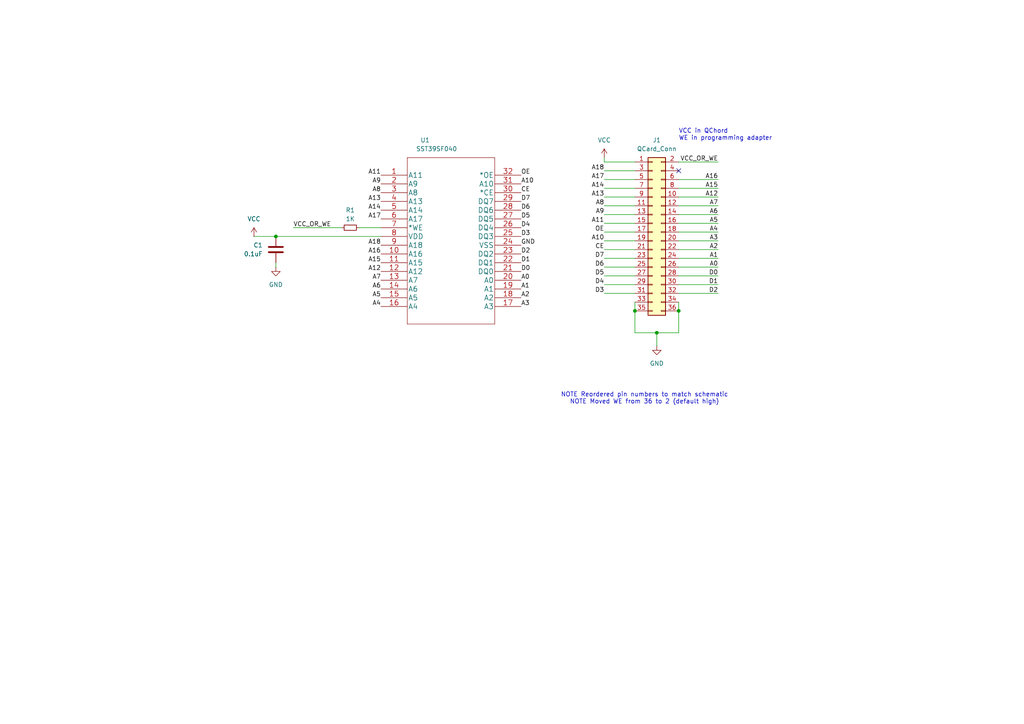
<source format=kicad_sch>
(kicad_sch (version 20231120) (generator "eeschema") (generator_version "8.0")
  (paper "A4")
  (lib_symbols
    (symbol "Connector_Generic:Conn_02x18_Odd_Even" (pin_names (offset 1.016) hide)
      (property "Reference" "J" (at 1.27 22.86 0))
      (property "Value" "Conn_02x18_Odd_Even" (at 1.27 -25.4 0))
      (symbol "Conn_02x18_Odd_Even_1_1"
        (rectangle (start -1.27 -22.733) (end 0 -22.987) (stroke (width 0.1524)))
        (rectangle (start -1.27 -20.193) (end 0 -20.447) (stroke (width 0.1524)))
        (rectangle (start -1.27 -17.653) (end 0 -17.907) (stroke (width 0.1524)))
        (rectangle (start -1.27 -15.113) (end 0 -15.367) (stroke (width 0.1524)))
        (rectangle (start -1.27 -12.573) (end 0 -12.827) (stroke (width 0.1524)))
        (rectangle (start -1.27 -10.033) (end 0 -10.287) (stroke (width 0.1524)))
        (rectangle (start -1.27 -7.493) (end 0 -7.747) (stroke (width 0.1524)))
        (rectangle (start -1.27 -4.953) (end 0 -5.207) (stroke (width 0.1524)))
        (rectangle (start -1.27 -2.413) (end 0 -2.667) (stroke (width 0.1524)))
        (rectangle (start -1.27 0.127) (end 0 -0.127) (stroke (width 0.1524)))
        (rectangle (start -1.27 2.667) (end 0 2.413) (stroke (width 0.1524)))
        (rectangle (start -1.27 5.207) (end 0 4.953) (stroke (width 0.1524)))
        (rectangle (start -1.27 7.747) (end 0 7.493) (stroke (width 0.1524)))
        (rectangle (start -1.27 10.287) (end 0 10.033) (stroke (width 0.1524)))
        (rectangle (start -1.27 12.827) (end 0 12.573) (stroke (width 0.1524)))
        (rectangle (start -1.27 15.367) (end 0 15.113) (stroke (width 0.1524)))
        (rectangle (start -1.27 17.907) (end 0 17.653) (stroke (width 0.1524)))
        (rectangle (start -1.27 20.447) (end 0 20.193) (stroke (width 0.1524)))
        (rectangle (start -1.27 21.59) (end 3.81 -24.13) (stroke (width 0.254)) (fill (type background)))
        (rectangle (start 3.81 -22.733) (end 2.54 -22.987) (stroke (width 0.1524)))
        (rectangle (start 3.81 -20.193) (end 2.54 -20.447) (stroke (width 0.1524)))
        (rectangle (start 3.81 -17.653) (end 2.54 -17.907) (stroke (width 0.1524)))
        (rectangle (start 3.81 -15.113) (end 2.54 -15.367) (stroke (width 0.1524)))
        (rectangle (start 3.81 -12.573) (end 2.54 -12.827) (stroke (width 0.1524)))
        (rectangle (start 3.81 -10.033) (end 2.54 -10.287) (stroke (width 0.1524)))
        (rectangle (start 3.81 -7.493) (end 2.54 -7.747) (stroke (width 0.1524)))
        (rectangle (start 3.81 -4.953) (end 2.54 -5.207) (stroke (width 0.1524)))
        (rectangle (start 3.81 -2.413) (end 2.54 -2.667) (stroke (width 0.1524)))
        (rectangle (start 3.81 0.127) (end 2.54 -0.127) (stroke (width 0.1524)))
        (rectangle (start 3.81 2.667) (end 2.54 2.413) (stroke (width 0.1524)))
        (rectangle (start 3.81 5.207) (end 2.54 4.953) (stroke (width 0.1524)))
        (rectangle (start 3.81 7.747) (end 2.54 7.493) (stroke (width 0.1524)))
        (rectangle (start 3.81 10.287) (end 2.54 10.033) (stroke (width 0.1524)))
        (rectangle (start 3.81 12.827) (end 2.54 12.573) (stroke (width 0.1524)))
        (rectangle (start 3.81 15.367) (end 2.54 15.113) (stroke (width 0.1524)))
        (rectangle (start 3.81 17.907) (end 2.54 17.653) (stroke (width 0.1524)))
        (rectangle (start 3.81 20.447) (end 2.54 20.193) (stroke (width 0.1524)))
        (pin passive line (at -5.08 20.32 0) (length 3.81) (name "Pin_1") (number "1"))
        (pin passive line (at 7.62 10.16 180) (length 3.81) (name "Pin_10") (number "10"))
        (pin passive line (at -5.08 7.62 0) (length 3.81) (name "Pin_11") (number "11"))
        (pin passive line (at 7.62 7.62 180) (length 3.81) (name "Pin_12") (number "12"))
        (pin passive line (at -5.08 5.08 0) (length 3.81) (name "Pin_13") (number "13"))
        (pin passive line (at 7.62 5.08 180) (length 3.81) (name "Pin_14") (number "14"))
        (pin passive line (at -5.08 2.54 0) (length 3.81) (name "Pin_15") (number "15"))
        (pin passive line (at 7.62 2.54 180) (length 3.81) (name "Pin_16") (number "16"))
        (pin passive line (at -5.08 0 0) (length 3.81) (name "Pin_17") (number "17"))
        (pin passive line (at 7.62 0 180) (length 3.81) (name "Pin_18") (number "18"))
        (pin passive line (at -5.08 -2.54 0) (length 3.81) (name "Pin_19") (number "19"))
        (pin passive line (at 7.62 20.32 180) (length 3.81) (name "Pin_2") (number "2"))
        (pin passive line (at 7.62 -2.54 180) (length 3.81) (name "Pin_20") (number "20"))
        (pin passive line (at -5.08 -5.08 0) (length 3.81) (name "Pin_21") (number "21"))
        (pin passive line (at 7.62 -5.08 180) (length 3.81) (name "Pin_22") (number "22"))
        (pin passive line (at -5.08 -7.62 0) (length 3.81) (name "Pin_23") (number "23"))
        (pin passive line (at 7.62 -7.62 180) (length 3.81) (name "Pin_24") (number "24"))
        (pin passive line (at -5.08 -10.16 0) (length 3.81) (name "Pin_25") (number "25"))
        (pin passive line (at 7.62 -10.16 180) (length 3.81) (name "Pin_26") (number "26"))
        (pin passive line (at -5.08 -12.7 0) (length 3.81) (name "Pin_27") (number "27"))
        (pin passive line (at 7.62 -12.7 180) (length 3.81) (name "Pin_28") (number "28"))
        (pin passive line (at -5.08 -15.24 0) (length 3.81) (name "Pin_29") (number "29"))
        (pin passive line (at -5.08 17.78 0) (length 3.81) (name "Pin_3") (number "3"))
        (pin passive line (at 7.62 -15.24 180) (length 3.81) (name "Pin_30") (number "30"))
        (pin passive line (at -5.08 -17.78 0) (length 3.81) (name "Pin_31") (number "31"))
        (pin passive line (at 7.62 -17.78 180) (length 3.81) (name "Pin_32") (number "32"))
        (pin passive line (at -5.08 -20.32 0) (length 3.81) (name "Pin_33") (number "33"))
        (pin passive line (at 7.62 -20.32 180) (length 3.81) (name "Pin_34") (number "34"))
        (pin passive line (at -5.08 -22.86 0) (length 3.81) (name "Pin_35") (number "35"))
        (pin passive line (at 7.62 -22.86 180) (length 3.81) (name "Pin_36") (number "36"))
        (pin passive line (at 7.62 17.78 180) (length 3.81) (name "Pin_4") (number "4"))
        (pin passive line (at -5.08 15.24 0) (length 3.81) (name "Pin_5") (number "5"))
        (pin passive line (at 7.62 15.24 180) (length 3.81) (name "Pin_6") (number "6"))
        (pin passive line (at -5.08 12.7 0) (length 3.81) (name "Pin_7") (number "7"))
        (pin passive line (at 7.62 12.7 180) (length 3.81) (name "Pin_8") (number "8"))
        (pin passive line (at -5.08 10.16 0) (length 3.81) (name "Pin_9") (number "9"))
      )
    )
    (symbol "Device:C" (pin_numbers hide) (pin_names (offset 0.254))
      (property "Reference" "C" (at 0.635 2.54 0))
      (property "Value" "C" (at 0.635 -2.54 0))
      (symbol "C_0_1"
        (polyline (pts (xy -2.032 -0.762) (xy 2.032 -0.762)) (stroke (width 0.508)))
        (polyline (pts (xy -2.032 0.762) (xy 2.032 0.762)) (stroke (width 0.508)))
      )
      (symbol "C_1_1"
        (pin passive line (at 0 3.81 270) (length 2.794) (name "~") (number "1"))
        (pin passive line (at 0 -3.81 90) (length 2.794) (name "~") (number "2"))
      )
    )
    (symbol "Device:R_Small" (pin_numbers hide) (pin_names (offset 0.254) hide)
      (property "Reference" "R" (at 0.762 0.508 0))
      (property "Value" "R_Small" (at 0.762 -1.016 0))
      (symbol "R_Small_0_1"
        (rectangle (start -0.762 1.778) (end 0.762 -1.778) (stroke (width 0.2032)))
      )
      (symbol "R_Small_1_1"
        (pin passive line (at 0 2.54 270) (length 0.762) (name "~") (number "1"))
        (pin passive line (at 0 -2.54 90) (length 0.762) (name "~") (number "2"))
      )
    )
    (symbol "REB_FLASH:SST39SF040-55-4C-WHE-T" (pin_names (offset 0.254))
      (property "Reference" "U1" (at 11.43 10.16 0))
      (property "Value" "SST39SF040" (at 10.16 7.62 0))
      (property "Datasheet" "http://ww1.microchip.com/downloads/en/DeviceDoc/25022B.pdf" (at 8.89 -50.8 0))
      (symbol "SST39SF040-55-4C-WHE-T_1_1"
        (polyline (pts (xy 7.62 -43.18) (xy 33.02 -43.18)) (stroke (width 0.127)))
        (polyline (pts (xy 7.62 5.08) (xy 7.62 -43.18)) (stroke (width 0.127)))
        (polyline (pts (xy 33.02 -43.18) (xy 33.02 5.08)) (stroke (width 0.127)))
        (polyline (pts (xy 33.02 5.08) (xy 7.62 5.08)) (stroke (width 0.127)))
        (pin input line (at 0 0 0) (length 7.62) (name "A11") (number "1"))
        (pin input line (at 0 -22.86 0) (length 7.62) (name "A16") (number "10"))
        (pin input line (at 0 -25.4 0) (length 7.62) (name "A15") (number "11"))
        (pin input line (at 0 -27.94 0) (length 7.62) (name "A12") (number "12"))
        (pin input line (at 0 -30.48 0) (length 7.62) (name "A7") (number "13"))
        (pin input line (at 0 -33.02 0) (length 7.62) (name "A6") (number "14"))
        (pin input line (at 0 -35.56 0) (length 7.62) (name "A5") (number "15"))
        (pin input line (at 0 -38.1 0) (length 7.62) (name "A4") (number "16"))
        (pin input line (at 40.64 -38.1 180) (length 7.62) (name "A3") (number "17"))
        (pin input line (at 40.64 -35.56 180) (length 7.62) (name "A2") (number "18"))
        (pin input line (at 40.64 -33.02 180) (length 7.62) (name "A1") (number "19"))
        (pin input line (at 0 -2.54 0) (length 7.62) (name "A9") (number "2"))
        (pin input line (at 40.64 -30.48 180) (length 7.62) (name "A0") (number "20"))
        (pin bidirectional line (at 40.64 -27.94 180) (length 7.62) (name "DQ0") (number "21"))
        (pin bidirectional line (at 40.64 -25.4 180) (length 7.62) (name "DQ1") (number "22"))
        (pin bidirectional line (at 40.64 -22.86 180) (length 7.62) (name "DQ2") (number "23"))
        (pin power_in line (at 40.64 -20.32 180) (length 7.62) (name "VSS") (number "24"))
        (pin bidirectional line (at 40.64 -17.78 180) (length 7.62) (name "DQ3") (number "25"))
        (pin bidirectional line (at 40.64 -15.24 180) (length 7.62) (name "DQ4") (number "26"))
        (pin bidirectional line (at 40.64 -12.7 180) (length 7.62) (name "DQ5") (number "27"))
        (pin bidirectional line (at 40.64 -10.16 180) (length 7.62) (name "DQ6") (number "28"))
        (pin bidirectional line (at 40.64 -7.62 180) (length 7.62) (name "DQ7") (number "29"))
        (pin input line (at 0 -5.08 0) (length 7.62) (name "A8") (number "3"))
        (pin input line (at 40.64 -5.08 180) (length 7.62) (name "*CE") (number "30"))
        (pin input line (at 40.64 -2.54 180) (length 7.62) (name "A10") (number "31"))
        (pin input line (at 40.64 0 180) (length 7.62) (name "*OE") (number "32"))
        (pin input line (at 0 -7.62 0) (length 7.62) (name "A13") (number "4"))
        (pin input line (at 0 -10.16 0) (length 7.62) (name "A14") (number "5"))
        (pin input line (at 0 -12.7 0) (length 7.62) (name "A17") (number "6"))
        (pin input line (at 0 -15.24 0) (length 7.62) (name "*WE") (number "7"))
        (pin power_in line (at 0 -17.78 0) (length 7.62) (name "VDD") (number "8"))
        (pin input line (at 0 -20.32 0) (length 7.62) (name "A18") (number "9"))
      )
    )
    (symbol "power:GND" (power) (pin_numbers hide) (pin_names (offset 0) hide)
      (property "Value" "GND" (at 0 -3.81 0))
      (symbol "GND_0_1"
        (polyline (pts (xy 0 0) (xy 0 -1.27) (xy 1.27 -1.27) (xy 0 -2.54) (xy -1.27 -1.27) (xy 0 -1.27)))
      )
      (symbol "GND_1_1"
        (pin power_in line (at 0 0 270) (length 0) (name "~") (number "1"))
      )
    )
    (symbol "power:VCC" (power) (pin_numbers hide) (pin_names (offset 0) hide)
      (property "Value" "VCC" (at 0 3.556 0))
      (symbol "VCC_0_1"
        (polyline (pts (xy -0.762 1.27) (xy 0 2.54)))
        (polyline (pts (xy 0 0) (xy 0 2.54)))
        (polyline (pts (xy 0 2.54) (xy 0.762 1.27)))
      )
      (symbol "VCC_1_1"
        (pin power_in line (at 0 0 90) (length 0) (name "~") (number "1"))
      )
    )
  )
  (junction (at 196.85 90.17))
  (junction (at 80.01 68.58))
  (junction (at 184.15 90.17))
  (junction (at 190.5 96.52))
  (no_connect (at 196.85 49.53))
  (wire (pts (xy 184.15 90.17) (xy 184.15 96.52)))
  (wire (pts (xy 175.26 49.53) (xy 184.15 49.53)))
  (wire (pts (xy 196.85 69.85) (xy 208.28 69.85)))
  (wire (pts (xy 175.26 46.99) (xy 175.26 45.72)))
  (wire (pts (xy 196.85 80.01) (xy 208.28 80.01)))
  (wire (pts (xy 196.85 90.17) (xy 196.85 96.52)))
  (wire (pts (xy 175.26 54.61) (xy 184.15 54.61)))
  (wire (pts (xy 184.15 96.52) (xy 190.5 96.52)))
  (wire (pts (xy 196.85 64.77) (xy 208.28 64.77)))
  (wire (pts (xy 175.26 52.07) (xy 184.15 52.07)))
  (wire (pts (xy 196.85 57.15) (xy 208.28 57.15)))
  (wire (pts (xy 175.26 72.39) (xy 184.15 72.39)))
  (wire (pts (xy 184.15 87.63) (xy 184.15 90.17)))
  (wire (pts (xy 175.26 80.01) (xy 184.15 80.01)))
  (wire (pts (xy 196.85 77.47) (xy 208.28 77.47)))
  (wire (pts (xy 196.85 85.09) (xy 208.28 85.09)))
  (wire (pts (xy 175.26 74.93) (xy 184.15 74.93)))
  (wire (pts (xy 85.09 66.04) (xy 99.06 66.04)))
  (wire (pts (xy 80.01 77.47) (xy 80.01 76.2)))
  (wire (pts (xy 184.15 46.99) (xy 175.26 46.99)))
  (wire (pts (xy 175.26 62.23) (xy 184.15 62.23)))
  (wire (pts (xy 196.85 62.23) (xy 208.28 62.23)))
  (wire (pts (xy 196.85 74.93) (xy 208.28 74.93)))
  (wire (pts (xy 196.85 54.61) (xy 208.28 54.61)))
  (wire (pts (xy 175.26 77.47) (xy 184.15 77.47)))
  (wire (pts (xy 110.49 66.04) (xy 104.14 66.04)))
  (wire (pts (xy 196.85 46.99) (xy 208.28 46.99)))
  (wire (pts (xy 80.01 68.58) (xy 110.49 68.58)))
  (wire (pts (xy 175.26 57.15) (xy 184.15 57.15)))
  (wire (pts (xy 196.85 59.69) (xy 208.28 59.69)))
  (wire (pts (xy 175.26 67.31) (xy 184.15 67.31)))
  (wire (pts (xy 196.85 52.07) (xy 208.28 52.07)))
  (wire (pts (xy 190.5 96.52) (xy 190.5 100.33)))
  (wire (pts (xy 175.26 82.55) (xy 184.15 82.55)))
  (wire (pts (xy 196.85 72.39) (xy 208.28 72.39)))
  (wire (pts (xy 175.26 64.77) (xy 184.15 64.77)))
  (wire (pts (xy 175.26 59.69) (xy 184.15 59.69)))
  (wire (pts (xy 175.26 85.09) (xy 184.15 85.09)))
  (wire (pts (xy 175.26 69.85) (xy 184.15 69.85)))
  (wire (pts (xy 196.85 82.55) (xy 208.28 82.55)))
  (wire (pts (xy 196.85 87.63) (xy 196.85 90.17)))
  (wire (pts (xy 196.85 96.52) (xy 190.5 96.52)))
  (wire (pts (xy 73.66 68.58) (xy 80.01 68.58)))
  (wire (pts (xy 196.85 67.31) (xy 208.28 67.31)))
  (text "NOTE Reordered pin numbers to match schematic\nNOTE Moved WE from 36 to 2 (default high)" (at 186.944 115.57 0) (effects (font (size 1.27 1.27))))
  (text "VCC in QChord\nWE in programming adapter" (at 196.85 39.116 0) (effects (font (size 1.27 1.27)) (justify left)))
  (label "A0" (at 208.28 77.47 180))
  (label "D0" (at 151.13 78.74 0))
  (label "A17" (at 175.26 52.07 180))
  (label "A5" (at 208.28 64.77 180))
  (label "A7" (at 208.28 59.69 180))
  (label "A1" (at 151.13 83.82 0))
  (label "D5" (at 175.26 80.01 180))
  (label "OE" (at 151.13 50.8 0))
  (label "A0" (at 151.13 81.28 0))
  (label "A10" (at 175.26 69.85 180))
  (label "D6" (at 151.13 60.96 0))
  (label "A17" (at 110.49 63.5 180))
  (label "CE" (at 151.13 55.88 0))
  (label "A6" (at 110.49 83.82 180))
  (label "A1" (at 208.28 74.93 180))
  (label "A11" (at 175.26 64.77 180))
  (label "A16" (at 110.49 73.66 180))
  (label "A10" (at 151.13 53.34 0))
  (label "A12" (at 110.49 78.74 180))
  (label "A8" (at 110.49 55.88 180))
  (label "D1" (at 151.13 76.2 0))
  (label "D3" (at 175.26 85.09 180))
  (label "D1" (at 208.28 82.55 180))
  (label "D4" (at 175.26 82.55 180))
  (label "A3" (at 151.13 88.9 0))
  (label "A9" (at 175.26 62.23 180))
  (label "A11" (at 110.49 50.8 180))
  (label "A18" (at 110.49 71.12 180))
  (label "D4" (at 151.13 66.04 0))
  (label "D7" (at 175.26 74.93 180))
  (label "A13" (at 175.26 57.15 180))
  (label "A15" (at 110.49 76.2 180))
  (label "A18" (at 175.26 49.53 180))
  (label "D5" (at 151.13 63.5 0))
  (label "A15" (at 208.28 54.61 180))
  (label "A9" (at 110.49 53.34 180))
  (label "CE" (at 175.26 72.39 180))
  (label "A5" (at 110.49 86.36 180))
  (label "D2" (at 208.28 85.09 180))
  (label "A13" (at 110.49 58.42 180))
  (label "A3" (at 208.28 69.85 180))
  (label "A14" (at 175.26 54.61 180))
  (label "D6" (at 175.26 77.47 180))
  (label "A6" (at 208.28 62.23 180))
  (label "OE" (at 175.26 67.31 180))
  (label "A2" (at 151.13 86.36 0))
  (label "D0" (at 208.28 80.01 180))
  (label "A4" (at 208.28 67.31 180))
  (label "VCC_OR_WE" (at 85.09 66.04 0))
  (label "D2" (at 151.13 73.66 0))
  (label "A8" (at 175.26 59.69 180))
  (label "A7" (at 110.49 81.28 180))
  (label "A4" (at 110.49 88.9 180))
  (label "A2" (at 208.28 72.39 180))
  (label "D3" (at 151.13 68.58 0))
  (label "A14" (at 110.49 60.96 180))
  (label "GND" (at 151.13 71.12 0))
  (label "A12" (at 208.28 57.15 180))
  (label "VCC_OR_WE" (at 208.28 46.99 180))
  (label "A16" (at 208.28 52.07 180))
  (label "D7" (at 151.13 58.42 0))
  (symbol (lib_id "power:GND") (at 80.01 77.47 0) (unit 1)
    (property "Reference" "#PWR02" (effects (hide yes)))
    (property "Value" "GND" (at 80.01 82.55 0))
    (property "Description" "Power symbol creates a global label with name \"GND\" , ground" (effects (hide yes)))
  )
  (symbol (lib_id "power:VCC") (at 175.26 45.72 0) (mirror y) (unit 1)
    (property "Reference" "#PWR04" (effects (hide yes)))
    (property "Value" "VCC" (at 175.26 40.64 0))
    (property "Description" "Power symbol creates a global label with name \"VCC\"" (effects (hide yes)))
  )
  (symbol (lib_id "REB_FLASH:SST39SF040-55-4C-WHE-T") (at 110.49 50.8 0) (unit 1)
    (property "Reference" "U1" (at 121.92 40.64 0) (effects (justify left)))
    (property "Value" "SST39SF040" (at 120.65 43.18 0) (effects (justify left)))
    (property "Footprint" "REB_Flash:SST39SF040-55-4C-WHE-T" (effects (hide yes)))
    (property "Datasheet" "http://ww1.microchip.com/downloads/en/DeviceDoc/25022B.pdf" (effects (hide yes)))
  )
  (symbol (lib_id "Connector_Generic:Conn_02x18_Odd_Even") (at 189.23 67.31 0) (unit 1)
    (property "Reference" "J1" (at 190.5 40.64 0))
    (property "Value" "QCard_Conn" (at 190.5 43.18 0))
    (property "Footprint" "REB_Edge:REB_EdgeConnector_36pin" (effects (hide yes)))
    (property "Description" "Generic connector, double row, 02x18, odd/even pin numbering scheme (row 1 odd numbers, row 2 even numbers), script generated (kicad-library-utils/schlib/autogen/connector/)" (effects (hide yes)))
  )
  (symbol (lib_id "power:GND") (at 190.5 100.33 0) (unit 1)
    (property "Reference" "#PWR05" (effects (hide yes)))
    (property "Value" "GND" (at 190.5 105.41 0))
    (property "Description" "Power symbol creates a global label with name \"GND\" , ground" (effects (hide yes)))
  )
  (symbol (lib_id "power:VCC") (at 73.66 68.58 0) (unit 1)
    (property "Reference" "#PWR01" (effects (hide yes)))
    (property "Value" "VCC" (at 73.66 63.5 0))
    (property "Description" "Power symbol creates a global label with name \"VCC\"" (effects (hide yes)))
  )
  (symbol (lib_id "Device:C") (at 80.01 72.39 0) (mirror x) (unit 1)
    (property "Reference" "C1" (at 76.2 71.1199 0) (effects (justify right)))
    (property "Value" "0.1uF" (at 76.2 73.6599 0) (effects (justify right)))
    (property "Footprint" "Capacitor_SMD:C_0805_2012Metric_Pad1.18x1.45mm_HandSolder" (effects (hide yes)))
  )
  (symbol (lib_id "Device:R_Small") (at 101.6 66.04 90) (unit 1)
    (property "Reference" "R1" (at 101.6 60.96 90))
    (property "Value" "1K" (at 101.6 63.5 90))
    (property "Footprint" "Resistor_SMD:R_0805_2012Metric_Pad1.20x1.40mm_HandSolder" (effects (hide yes)))
    (property "Description" "Resistor, small symbol" (effects (hide yes)))
  )
)
</source>
